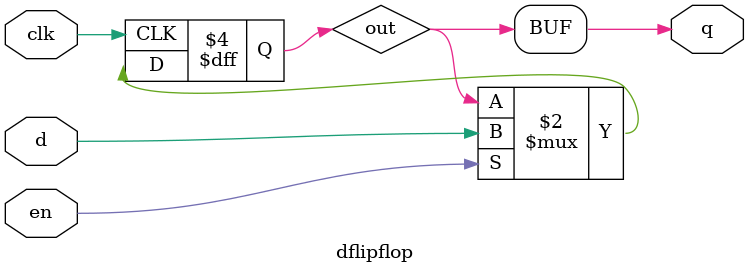
<source format=v>
module dflipflop
(
    output q,
    input d,
    input en,
    input clk
);

    reg out;
    assign q = out;

    // Assign D to Q at positive clock edge,
    // if enable is true.
    always @(posedge clk) begin
        if(en) begin
            out <= d;
        end
    end

endmodule

</source>
